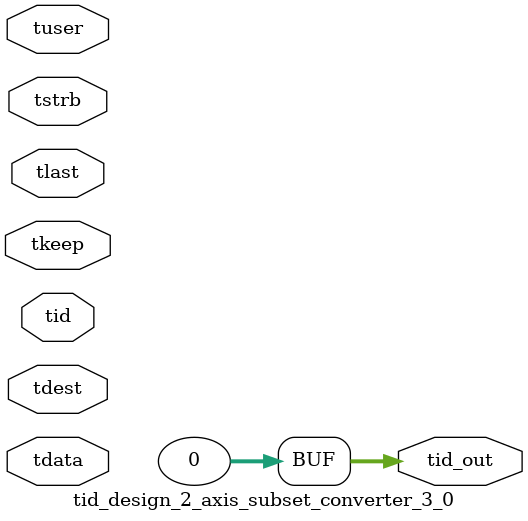
<source format=v>


`timescale 1ps/1ps

module tid_design_2_axis_subset_converter_3_0 #
(
parameter C_S_AXIS_TID_WIDTH   = 1,
parameter C_S_AXIS_TUSER_WIDTH = 0,
parameter C_S_AXIS_TDATA_WIDTH = 0,
parameter C_S_AXIS_TDEST_WIDTH = 0,
parameter C_M_AXIS_TID_WIDTH   = 32
)
(
input  [(C_S_AXIS_TID_WIDTH   == 0 ? 1 : C_S_AXIS_TID_WIDTH)-1:0       ] tid,
input  [(C_S_AXIS_TDATA_WIDTH == 0 ? 1 : C_S_AXIS_TDATA_WIDTH)-1:0     ] tdata,
input  [(C_S_AXIS_TUSER_WIDTH == 0 ? 1 : C_S_AXIS_TUSER_WIDTH)-1:0     ] tuser,
input  [(C_S_AXIS_TDEST_WIDTH == 0 ? 1 : C_S_AXIS_TDEST_WIDTH)-1:0     ] tdest,
input  [(C_S_AXIS_TDATA_WIDTH/8)-1:0 ] tkeep,
input  [(C_S_AXIS_TDATA_WIDTH/8)-1:0 ] tstrb,
input                                                                    tlast,
output [(C_M_AXIS_TID_WIDTH   == 0 ? 1 : C_M_AXIS_TID_WIDTH)-1:0       ] tid_out
);

assign tid_out = {1'b0};

endmodule


</source>
